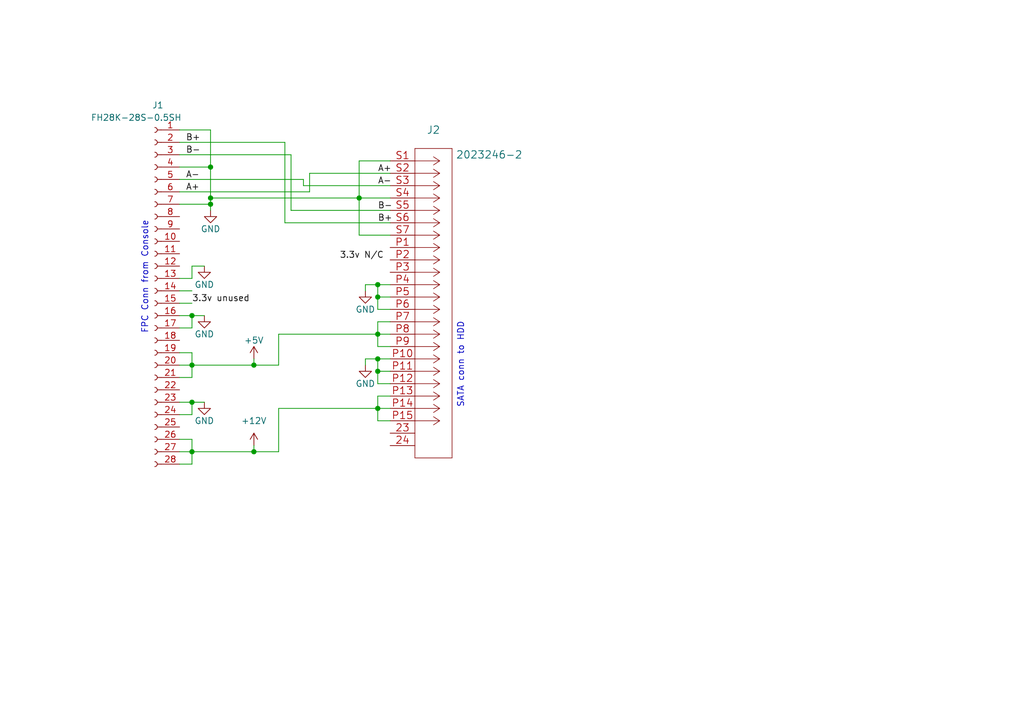
<source format=kicad_sch>
(kicad_sch (version 20230121) (generator eeschema)
  (paper "A5")
  (title_block (title "USata Console Adapter") (date "2022-01-10") (rev "0") (company "Ash Logan"))
  (lib_symbols
    (symbol "Connector:Conn_01x28_Female" (pin_names (offset 1.016) hide)
      (property "Reference" "J" (at 0 35.56 0))
      (property "Value" "Conn_01x28_Female" (at 0 -38.1 0))
      (symbol "Conn_01x28_Female_1_1"
        (arc (start 0 -35.052) (mid -0.5058 -35.56) (end 0 -36.068) (stroke (width 0.1524)))
        (arc (start 0 -32.512) (mid -0.5058 -33.02) (end 0 -33.528) (stroke (width 0.1524)))
        (arc (start 0 -29.972) (mid -0.5058 -30.48) (end 0 -30.988) (stroke (width 0.1524)))
        (arc (start 0 -27.432) (mid -0.5058 -27.94) (end 0 -28.448) (stroke (width 0.1524)))
        (arc (start 0 -24.892) (mid -0.5058 -25.4) (end 0 -25.908) (stroke (width 0.1524)))
        (arc (start 0 -22.352) (mid -0.5058 -22.86) (end 0 -23.368) (stroke (width 0.1524)))
        (arc (start 0 -19.812) (mid -0.5058 -20.32) (end 0 -20.828) (stroke (width 0.1524)))
        (arc (start 0 -17.272) (mid -0.5058 -17.78) (end 0 -18.288) (stroke (width 0.1524)))
        (arc (start 0 -14.732) (mid -0.5058 -15.24) (end 0 -15.748) (stroke (width 0.1524)))
        (arc (start 0 -12.192) (mid -0.5058 -12.7) (end 0 -13.208) (stroke (width 0.1524)))
        (arc (start 0 -9.652) (mid -0.5058 -10.16) (end 0 -10.668) (stroke (width 0.1524)))
        (arc (start 0 -7.112) (mid -0.5058 -7.62) (end 0 -8.128) (stroke (width 0.1524)))
        (arc (start 0 -4.572) (mid -0.5058 -5.08) (end 0 -5.588) (stroke (width 0.1524)))
        (arc (start 0 -2.032) (mid -0.5058 -2.54) (end 0 -3.048) (stroke (width 0.1524)))
        (polyline (pts (xy -1.27 -35.56) (xy -0.508 -35.56)) (stroke (width 0.1524)))
        (polyline (pts (xy -1.27 -33.02) (xy -0.508 -33.02)) (stroke (width 0.1524)))
        (polyline (pts (xy -1.27 -30.48) (xy -0.508 -30.48)) (stroke (width 0.1524)))
        (polyline (pts (xy -1.27 -27.94) (xy -0.508 -27.94)) (stroke (width 0.1524)))
        (polyline (pts (xy -1.27 -25.4) (xy -0.508 -25.4)) (stroke (width 0.1524)))
        (polyline (pts (xy -1.27 -22.86) (xy -0.508 -22.86)) (stroke (width 0.1524)))
        (polyline (pts (xy -1.27 -20.32) (xy -0.508 -20.32)) (stroke (width 0.1524)))
        (polyline (pts (xy -1.27 -17.78) (xy -0.508 -17.78)) (stroke (width 0.1524)))
        (polyline (pts (xy -1.27 -15.24) (xy -0.508 -15.24)) (stroke (width 0.1524)))
        (polyline (pts (xy -1.27 -12.7) (xy -0.508 -12.7)) (stroke (width 0.1524)))
        (polyline (pts (xy -1.27 -10.16) (xy -0.508 -10.16)) (stroke (width 0.1524)))
        (polyline (pts (xy -1.27 -7.62) (xy -0.508 -7.62)) (stroke (width 0.1524)))
        (polyline (pts (xy -1.27 -5.08) (xy -0.508 -5.08)) (stroke (width 0.1524)))
        (polyline (pts (xy -1.27 -2.54) (xy -0.508 -2.54)) (stroke (width 0.1524)))
        (polyline (pts (xy -1.27 0) (xy -0.508 0)) (stroke (width 0.1524)))
        (polyline (pts (xy -1.27 2.54) (xy -0.508 2.54)) (stroke (width 0.1524)))
        (polyline (pts (xy -1.27 5.08) (xy -0.508 5.08)) (stroke (width 0.1524)))
        (polyline (pts (xy -1.27 7.62) (xy -0.508 7.62)) (stroke (width 0.1524)))
        (polyline (pts (xy -1.27 10.16) (xy -0.508 10.16)) (stroke (width 0.1524)))
        (polyline (pts (xy -1.27 12.7) (xy -0.508 12.7)) (stroke (width 0.1524)))
        (polyline (pts (xy -1.27 15.24) (xy -0.508 15.24)) (stroke (width 0.1524)))
        (polyline (pts (xy -1.27 17.78) (xy -0.508 17.78)) (stroke (width 0.1524)))
        (polyline (pts (xy -1.27 20.32) (xy -0.508 20.32)) (stroke (width 0.1524)))
        (polyline (pts (xy -1.27 22.86) (xy -0.508 22.86)) (stroke (width 0.1524)))
        (polyline (pts (xy -1.27 25.4) (xy -0.508 25.4)) (stroke (width 0.1524)))
        (polyline (pts (xy -1.27 27.94) (xy -0.508 27.94)) (stroke (width 0.1524)))
        (polyline (pts (xy -1.27 30.48) (xy -0.508 30.48)) (stroke (width 0.1524)))
        (polyline (pts (xy -1.27 33.02) (xy -0.508 33.02)) (stroke (width 0.1524)))
        (arc (start 0 0.508) (mid -0.5058 0) (end 0 -0.508) (stroke (width 0.1524)))
        (arc (start 0 3.048) (mid -0.5058 2.54) (end 0 2.032) (stroke (width 0.1524)))
        (arc (start 0 5.588) (mid -0.5058 5.08) (end 0 4.572) (stroke (width 0.1524)))
        (arc (start 0 8.128) (mid -0.5058 7.62) (end 0 7.112) (stroke (width 0.1524)))
        (arc (start 0 10.668) (mid -0.5058 10.16) (end 0 9.652) (stroke (width 0.1524)))
        (arc (start 0 13.208) (mid -0.5058 12.7) (end 0 12.192) (stroke (width 0.1524)))
        (arc (start 0 15.748) (mid -0.5058 15.24) (end 0 14.732) (stroke (width 0.1524)))
        (arc (start 0 18.288) (mid -0.5058 17.78) (end 0 17.272) (stroke (width 0.1524)))
        (arc (start 0 20.828) (mid -0.5058 20.32) (end 0 19.812) (stroke (width 0.1524)))
        (arc (start 0 23.368) (mid -0.5058 22.86) (end 0 22.352) (stroke (width 0.1524)))
        (arc (start 0 25.908) (mid -0.5058 25.4) (end 0 24.892) (stroke (width 0.1524)))
        (arc (start 0 28.448) (mid -0.5058 27.94) (end 0 27.432) (stroke (width 0.1524)))
        (arc (start 0 30.988) (mid -0.5058 30.48) (end 0 29.972) (stroke (width 0.1524)))
        (arc (start 0 33.528) (mid -0.5058 33.02) (end 0 32.512) (stroke (width 0.1524)))
        (pin passive line (at -5.08 33.02 0) (length 3.81) (name "Pin_1") (number "1"))
        (pin passive line (at -5.08 10.16 0) (length 3.81) (name "Pin_10") (number "10"))
        (pin passive line (at -5.08 7.62 0) (length 3.81) (name "Pin_11") (number "11"))
        (pin passive line (at -5.08 5.08 0) (length 3.81) (name "Pin_12") (number "12"))
        (pin passive line (at -5.08 2.54 0) (length 3.81) (name "Pin_13") (number "13"))
        (pin passive line (at -5.08 0 0) (length 3.81) (name "Pin_14") (number "14"))
        (pin passive line (at -5.08 -2.54 0) (length 3.81) (name "Pin_15") (number "15"))
        (pin passive line (at -5.08 -5.08 0) (length 3.81) (name "Pin_16") (number "16"))
        (pin passive line (at -5.08 -7.62 0) (length 3.81) (name "Pin_17") (number "17"))
        (pin passive line (at -5.08 -10.16 0) (length 3.81) (name "Pin_18") (number "18"))
        (pin passive line (at -5.08 -12.7 0) (length 3.81) (name "Pin_19") (number "19"))
        (pin passive line (at -5.08 30.48 0) (length 3.81) (name "Pin_2") (number "2"))
        (pin passive line (at -5.08 -15.24 0) (length 3.81) (name "Pin_20") (number "20"))
        (pin passive line (at -5.08 -17.78 0) (length 3.81) (name "Pin_21") (number "21"))
        (pin passive line (at -5.08 -20.32 0) (length 3.81) (name "Pin_22") (number "22"))
        (pin passive line (at -5.08 -22.86 0) (length 3.81) (name "Pin_23") (number "23"))
        (pin passive line (at -5.08 -25.4 0) (length 3.81) (name "Pin_24") (number "24"))
        (pin passive line (at -5.08 -27.94 0) (length 3.81) (name "Pin_25") (number "25"))
        (pin passive line (at -5.08 -30.48 0) (length 3.81) (name "Pin_26") (number "26"))
        (pin passive line (at -5.08 -33.02 0) (length 3.81) (name "Pin_27") (number "27"))
        (pin passive line (at -5.08 -35.56 0) (length 3.81) (name "Pin_28") (number "28"))
        (pin passive line (at -5.08 27.94 0) (length 3.81) (name "Pin_3") (number "3"))
        (pin passive line (at -5.08 25.4 0) (length 3.81) (name "Pin_4") (number "4"))
        (pin passive line (at -5.08 22.86 0) (length 3.81) (name "Pin_5") (number "5"))
        (pin passive line (at -5.08 20.32 0) (length 3.81) (name "Pin_6") (number "6"))
        (pin passive line (at -5.08 17.78 0) (length 3.81) (name "Pin_7") (number "7"))
        (pin passive line (at -5.08 15.24 0) (length 3.81) (name "Pin_8") (number "8"))
        (pin passive line (at -5.08 12.7 0) (length 3.81) (name "Pin_9") (number "9"))
      )
    )
    (symbol "power:+12V" (power) (pin_names (offset 0))
      (property "Value" "+12V" (at 0 3.556 0))
      (symbol "+12V_0_1"
        (polyline (pts (xy -0.762 1.27) (xy 0 2.54)))
        (polyline (pts (xy 0 0) (xy 0 2.54)))
        (polyline (pts (xy 0 2.54) (xy 0.762 1.27)))
      )
      (symbol "+12V_1_1"
        (pin power_in line (at 0 0 90) (length 0) hide (name "+12V") (number "1"))
      )
    )
    (symbol "power:+5V" (power) (pin_names (offset 0))
      (property "Value" "+5V" (at 0 3.556 0))
      (symbol "+5V_0_1"
        (polyline (pts (xy -0.762 1.27) (xy 0 2.54)))
        (polyline (pts (xy 0 0) (xy 0 2.54)))
        (polyline (pts (xy 0 2.54) (xy 0.762 1.27)))
      )
      (symbol "+5V_1_1"
        (pin power_in line (at 0 0 90) (length 0) hide (name "+5V") (number "1"))
      )
    )
    (symbol "power:GND" (power) (pin_names (offset 0))
      (property "Value" "GND" (at 0 -3.81 0))
      (symbol "GND_0_1"
        (polyline (pts (xy 0 0) (xy 0 -1.27) (xy 1.27 -1.27) (xy 0 -2.54) (xy -1.27 -1.27) (xy 0 -1.27)))
      )
      (symbol "GND_1_1"
        (pin power_in line (at 0 0 270) (length 0) hide (name "GND") (number "1"))
      )
    )
    (symbol "sata2:2023246-2" (pin_names (offset 0.254) hide)
      (property "Reference" "J" (at 8.89 6.35 0))
      (property "Value" "2023246-2" (at 10.16 -30.48 0))
      (symbol "2023246-2_1_1"
        (polyline (pts (xy 5.08 -60.96) (xy 12.7 -60.96)) (stroke (width 0.127)))
        (polyline (pts (xy 5.08 2.54) (xy 5.08 -60.96)) (stroke (width 0.127)))
        (polyline (pts (xy 10.16 -53.34) (xy 5.08 -53.34)) (stroke (width 0.127)))
        (polyline (pts (xy 10.16 -53.34) (xy 8.89 -54.1782)) (stroke (width 0.127)))
        (polyline (pts (xy 10.16 -53.34) (xy 8.89 -52.5018)) (stroke (width 0.127)))
        (polyline (pts (xy 10.16 -50.8) (xy 5.08 -50.8)) (stroke (width 0.127)))
        (polyline (pts (xy 10.16 -50.8) (xy 8.89 -51.6382)) (stroke (width 0.127)))
        (polyline (pts (xy 10.16 -50.8) (xy 8.89 -49.9618)) (stroke (width 0.127)))
        (polyline (pts (xy 10.16 -48.26) (xy 5.08 -48.26)) (stroke (width 0.127)))
        (polyline (pts (xy 10.16 -48.26) (xy 8.89 -49.0982)) (stroke (width 0.127)))
        (polyline (pts (xy 10.16 -48.26) (xy 8.89 -47.4218)) (stroke (width 0.127)))
        (polyline (pts (xy 10.16 -45.72) (xy 5.08 -45.72)) (stroke (width 0.127)))
        (polyline (pts (xy 10.16 -45.72) (xy 8.89 -46.5582)) (stroke (width 0.127)))
        (polyline (pts (xy 10.16 -45.72) (xy 8.89 -44.8818)) (stroke (width 0.127)))
        (polyline (pts (xy 10.16 -43.18) (xy 5.08 -43.18)) (stroke (width 0.127)))
        (polyline (pts (xy 10.16 -43.18) (xy 8.89 -44.0182)) (stroke (width 0.127)))
        (polyline (pts (xy 10.16 -43.18) (xy 8.89 -42.3418)) (stroke (width 0.127)))
        (polyline (pts (xy 10.16 -40.64) (xy 5.08 -40.64)) (stroke (width 0.127)))
        (polyline (pts (xy 10.16 -40.64) (xy 8.89 -41.4782)) (stroke (width 0.127)))
        (polyline (pts (xy 10.16 -40.64) (xy 8.89 -39.8018)) (stroke (width 0.127)))
        (polyline (pts (xy 10.16 -38.1) (xy 5.08 -38.1)) (stroke (width 0.127)))
        (polyline (pts (xy 10.16 -38.1) (xy 8.89 -38.9382)) (stroke (width 0.127)))
        (polyline (pts (xy 10.16 -38.1) (xy 8.89 -37.2618)) (stroke (width 0.127)))
        (polyline (pts (xy 10.16 -35.56) (xy 5.08 -35.56)) (stroke (width 0.127)))
        (polyline (pts (xy 10.16 -35.56) (xy 8.89 -36.3982)) (stroke (width 0.127)))
        (polyline (pts (xy 10.16 -35.56) (xy 8.89 -34.7218)) (stroke (width 0.127)))
        (polyline (pts (xy 10.16 -33.02) (xy 5.08 -33.02)) (stroke (width 0.127)))
        (polyline (pts (xy 10.16 -33.02) (xy 8.89 -33.8582)) (stroke (width 0.127)))
        (polyline (pts (xy 10.16 -33.02) (xy 8.89 -32.1818)) (stroke (width 0.127)))
        (polyline (pts (xy 10.16 -30.48) (xy 5.08 -30.48)) (stroke (width 0.127)))
        (polyline (pts (xy 10.16 -30.48) (xy 8.89 -31.3182)) (stroke (width 0.127)))
        (polyline (pts (xy 10.16 -30.48) (xy 8.89 -29.6418)) (stroke (width 0.127)))
        (polyline (pts (xy 10.16 -27.94) (xy 5.08 -27.94)) (stroke (width 0.127)))
        (polyline (pts (xy 10.16 -27.94) (xy 8.89 -28.7782)) (stroke (width 0.127)))
        (polyline (pts (xy 10.16 -27.94) (xy 8.89 -27.1018)) (stroke (width 0.127)))
        (polyline (pts (xy 10.16 -25.4) (xy 5.08 -25.4)) (stroke (width 0.127)))
        (polyline (pts (xy 10.16 -25.4) (xy 8.89 -26.2382)) (stroke (width 0.127)))
        (polyline (pts (xy 10.16 -25.4) (xy 8.89 -24.5618)) (stroke (width 0.127)))
        (polyline (pts (xy 10.16 -22.86) (xy 5.08 -22.86)) (stroke (width 0.127)))
        (polyline (pts (xy 10.16 -22.86) (xy 8.89 -23.6982)) (stroke (width 0.127)))
        (polyline (pts (xy 10.16 -22.86) (xy 8.89 -22.0218)) (stroke (width 0.127)))
        (polyline (pts (xy 10.16 -20.32) (xy 5.08 -20.32)) (stroke (width 0.127)))
        (polyline (pts (xy 10.16 -20.32) (xy 8.89 -21.1582)) (stroke (width 0.127)))
        (polyline (pts (xy 10.16 -20.32) (xy 8.89 -19.4818)) (stroke (width 0.127)))
        (polyline (pts (xy 10.16 -17.78) (xy 5.08 -17.78)) (stroke (width 0.127)))
        (polyline (pts (xy 10.16 -17.78) (xy 8.89 -18.6182)) (stroke (width 0.127)))
        (polyline (pts (xy 10.16 -17.78) (xy 8.89 -16.9418)) (stroke (width 0.127)))
        (polyline (pts (xy 10.16 -15.24) (xy 5.08 -15.24)) (stroke (width 0.127)))
        (polyline (pts (xy 10.16 -15.24) (xy 8.89 -16.0782)) (stroke (width 0.127)))
        (polyline (pts (xy 10.16 -15.24) (xy 8.89 -14.4018)) (stroke (width 0.127)))
        (polyline (pts (xy 10.16 -12.7) (xy 5.08 -12.7)) (stroke (width 0.127)))
        (polyline (pts (xy 10.16 -12.7) (xy 8.89 -13.5382)) (stroke (width 0.127)))
        (polyline (pts (xy 10.16 -12.7) (xy 8.89 -11.8618)) (stroke (width 0.127)))
        (polyline (pts (xy 10.16 -10.16) (xy 5.08 -10.16)) (stroke (width 0.127)))
        (polyline (pts (xy 10.16 -10.16) (xy 8.89 -10.9982)) (stroke (width 0.127)))
        (polyline (pts (xy 10.16 -10.16) (xy 8.89 -9.3218)) (stroke (width 0.127)))
        (polyline (pts (xy 10.16 -7.62) (xy 5.08 -7.62)) (stroke (width 0.127)))
        (polyline (pts (xy 10.16 -7.62) (xy 8.89 -8.4582)) (stroke (width 0.127)))
        (polyline (pts (xy 10.16 -7.62) (xy 8.89 -6.7818)) (stroke (width 0.127)))
        (polyline (pts (xy 10.16 -5.08) (xy 5.08 -5.08)) (stroke (width 0.127)))
        (polyline (pts (xy 10.16 -5.08) (xy 8.89 -5.9182)) (stroke (width 0.127)))
        (polyline (pts (xy 10.16 -5.08) (xy 8.89 -4.2418)) (stroke (width 0.127)))
        (polyline (pts (xy 10.16 -2.54) (xy 5.08 -2.54)) (stroke (width 0.127)))
        (polyline (pts (xy 10.16 -2.54) (xy 8.89 -3.3782)) (stroke (width 0.127)))
        (polyline (pts (xy 10.16 -2.54) (xy 8.89 -1.7018)) (stroke (width 0.127)))
        (polyline (pts (xy 10.16 0) (xy 5.08 0)) (stroke (width 0.127)))
        (polyline (pts (xy 10.16 0) (xy 8.89 -0.8382)) (stroke (width 0.127)))
        (polyline (pts (xy 10.16 0) (xy 8.89 0.8382)) (stroke (width 0.127)))
        (polyline (pts (xy 12.7 -60.96) (xy 12.7 2.54)) (stroke (width 0.127)))
        (polyline (pts (xy 12.7 2.54) (xy 5.08 2.54)) (stroke (width 0.127)))
        (pin unspecified line (at 0 -55.88 0) (length 5.08) (name "SHIELD") (number "23"))
        (pin unspecified line (at 0 -58.42 0) (length 5.08) (name "SHIELD") (number "24"))
        (pin unspecified line (at 0 -17.78 0) (length 5.08) (name "8") (number "P1"))
        (pin unspecified line (at 0 -40.64 0) (length 5.08) (name "17") (number "P10"))
        (pin unspecified line (at 0 -43.18 0) (length 5.08) (name "18") (number "P11"))
        (pin unspecified line (at 0 -45.72 0) (length 5.08) (name "19") (number "P12"))
        (pin unspecified line (at 0 -48.26 0) (length 5.08) (name "20") (number "P13"))
        (pin unspecified line (at 0 -50.8 0) (length 5.08) (name "21") (number "P14"))
        (pin unspecified line (at 0 -53.34 0) (length 5.08) (name "22") (number "P15"))
        (pin unspecified line (at 0 -20.32 0) (length 5.08) (name "9") (number "P2"))
        (pin unspecified line (at 0 -22.86 0) (length 5.08) (name "10") (number "P3"))
        (pin unspecified line (at 0 -25.4 0) (length 5.08) (name "11") (number "P4"))
        (pin unspecified line (at 0 -27.94 0) (length 5.08) (name "12") (number "P5"))
        (pin unspecified line (at 0 -30.48 0) (length 5.08) (name "13") (number "P6"))
        (pin unspecified line (at 0 -33.02 0) (length 5.08) (name "14") (number "P7"))
        (pin unspecified line (at 0 -35.56 0) (length 5.08) (name "15") (number "P8"))
        (pin unspecified line (at 0 -38.1 0) (length 5.08) (name "16") (number "P9"))
        (pin unspecified line (at 0 0 0) (length 5.08) (name "1") (number "S1"))
        (pin unspecified line (at 0 -2.54 0) (length 5.08) (name "2") (number "S2"))
        (pin unspecified line (at 0 -5.08 0) (length 5.08) (name "3") (number "S3"))
        (pin unspecified line (at 0 -7.62 0) (length 5.08) (name "4") (number "S4"))
        (pin unspecified line (at 0 -10.16 0) (length 5.08) (name "5") (number "S5"))
        (pin unspecified line (at 0 -12.7 0) (length 5.08) (name "6") (number "S6"))
        (pin unspecified line (at 0 -15.24 0) (length 5.08) (name "7") (number "S7"))
      )
    )
  )
  (junction (at 77.47 58.42))
  (junction (at 39.37 74.93))
  (junction (at 77.47 76.2))
  (junction (at 77.47 60.96))
  (junction (at 43.18 40.64))
  (junction (at 52.07 74.93))
  (junction (at 43.18 41.91))
  (junction (at 39.37 82.55))
  (junction (at 77.47 68.58))
  (junction (at 77.47 83.82))
  (junction (at 39.37 64.77))
  (junction (at 43.18 34.29))
  (junction (at 73.66 40.64))
  (junction (at 77.47 73.66))
  (junction (at 52.07 92.71))
  (junction (at 39.37 92.71))
  (wire (pts (xy 36.83 62.23) (xy 39.37 62.23)))
  (wire (pts (xy 74.93 58.42) (xy 74.93 59.69)))
  (wire (pts (xy 39.37 74.93) (xy 52.07 74.93)))
  (wire (pts (xy 77.47 78.74) (xy 80.01 78.74)))
  (wire (pts (xy 39.37 54.61) (xy 39.37 57.15)))
  (wire (pts (xy 73.66 33.02) (xy 80.01 33.02)))
  (wire (pts (xy 36.83 36.83) (xy 62.23 36.83)))
  (wire (pts (xy 63.5 35.56) (xy 63.5 39.37)))
  (wire (pts (xy 77.47 81.28) (xy 77.47 83.82)))
  (wire (pts (xy 77.47 83.82) (xy 57.15 83.82)))
  (wire (pts (xy 36.83 92.71) (xy 39.37 92.71)))
  (wire (pts (xy 36.83 57.15) (xy 39.37 57.15)))
  (wire (pts (xy 52.07 74.93) (xy 57.15 74.93)))
  (wire (pts (xy 77.47 63.5) (xy 80.01 63.5)))
  (wire (pts (xy 80.01 35.56) (xy 63.5 35.56)))
  (wire (pts (xy 77.47 86.36) (xy 80.01 86.36)))
  (wire (pts (xy 77.47 60.96) (xy 80.01 60.96)))
  (wire (pts (xy 43.18 40.64) (xy 43.18 41.91)))
  (wire (pts (xy 52.07 91.44) (xy 52.07 92.71)))
  (wire (pts (xy 36.83 72.39) (xy 39.37 72.39)))
  (wire (pts (xy 36.83 90.17) (xy 39.37 90.17)))
  (wire (pts (xy 77.47 66.04) (xy 80.01 66.04)))
  (wire (pts (xy 43.18 41.91) (xy 36.83 41.91)))
  (wire (pts (xy 39.37 64.77) (xy 41.91 64.77)))
  (wire (pts (xy 77.47 68.58) (xy 80.01 68.58)))
  (wire (pts (xy 73.66 40.64) (xy 43.18 40.64)))
  (wire (pts (xy 36.83 64.77) (xy 39.37 64.77)))
  (wire (pts (xy 52.07 73.66) (xy 52.07 74.93)))
  (wire (pts (xy 43.18 34.29) (xy 43.18 26.67)))
  (wire (pts (xy 43.18 40.64) (xy 43.18 34.29)))
  (wire (pts (xy 41.91 54.61) (xy 39.37 54.61)))
  (wire (pts (xy 77.47 73.66) (xy 74.93 73.66)))
  (wire (pts (xy 80.01 48.26) (xy 73.66 48.26)))
  (wire (pts (xy 39.37 72.39) (xy 39.37 74.93)))
  (wire (pts (xy 58.42 45.72) (xy 80.01 45.72)))
  (wire (pts (xy 57.15 68.58) (xy 77.47 68.58)))
  (wire (pts (xy 43.18 34.29) (xy 36.83 34.29)))
  (wire (pts (xy 74.93 58.42) (xy 77.47 58.42)))
  (wire (pts (xy 77.47 68.58) (xy 77.47 71.12)))
  (wire (pts (xy 36.83 95.25) (xy 39.37 95.25)))
  (wire (pts (xy 77.47 60.96) (xy 77.47 63.5)))
  (wire (pts (xy 36.83 77.47) (xy 39.37 77.47)))
  (wire (pts (xy 36.83 31.75) (xy 59.69 31.75)))
  (wire (pts (xy 63.5 39.37) (xy 36.83 39.37)))
  (wire (pts (xy 77.47 66.04) (xy 77.47 68.58)))
  (wire (pts (xy 77.47 58.42) (xy 77.47 60.96)))
  (wire (pts (xy 62.23 38.1) (xy 80.01 38.1)))
  (wire (pts (xy 73.66 40.64) (xy 73.66 33.02)))
  (wire (pts (xy 59.69 43.18) (xy 59.69 31.75)))
  (wire (pts (xy 57.15 74.93) (xy 57.15 68.58)))
  (wire (pts (xy 39.37 64.77) (xy 39.37 67.31)))
  (wire (pts (xy 39.37 82.55) (xy 41.91 82.55)))
  (wire (pts (xy 39.37 85.09) (xy 36.83 85.09)))
  (wire (pts (xy 77.47 73.66) (xy 77.47 76.2)))
  (wire (pts (xy 36.83 67.31) (xy 39.37 67.31)))
  (wire (pts (xy 62.23 36.83) (xy 62.23 38.1)))
  (wire (pts (xy 80.01 81.28) (xy 77.47 81.28)))
  (wire (pts (xy 43.18 26.67) (xy 36.83 26.67)))
  (wire (pts (xy 39.37 90.17) (xy 39.37 92.71)))
  (wire (pts (xy 80.01 43.18) (xy 59.69 43.18)))
  (wire (pts (xy 77.47 76.2) (xy 77.47 78.74)))
  (wire (pts (xy 36.83 74.93) (xy 39.37 74.93)))
  (wire (pts (xy 77.47 76.2) (xy 80.01 76.2)))
  (wire (pts (xy 36.83 59.69) (xy 39.37 59.69)))
  (wire (pts (xy 43.18 41.91) (xy 43.18 43.18)))
  (wire (pts (xy 77.47 58.42) (xy 80.01 58.42)))
  (wire (pts (xy 58.42 29.21) (xy 58.42 45.72)))
  (wire (pts (xy 80.01 40.64) (xy 73.66 40.64)))
  (wire (pts (xy 36.83 82.55) (xy 39.37 82.55)))
  (wire (pts (xy 39.37 92.71) (xy 52.07 92.71)))
  (wire (pts (xy 80.01 83.82) (xy 77.47 83.82)))
  (wire (pts (xy 39.37 82.55) (xy 39.37 85.09)))
  (wire (pts (xy 57.15 83.82) (xy 57.15 92.71)))
  (wire (pts (xy 36.83 29.21) (xy 58.42 29.21)))
  (wire (pts (xy 73.66 48.26) (xy 73.66 40.64)))
  (wire (pts (xy 74.93 73.66) (xy 74.93 74.93)))
  (wire (pts (xy 77.47 83.82) (xy 77.47 86.36)))
  (wire (pts (xy 80.01 73.66) (xy 77.47 73.66)))
  (wire (pts (xy 39.37 74.93) (xy 39.37 77.47)))
  (wire (pts (xy 77.47 71.12) (xy 80.01 71.12)))
  (wire (pts (xy 39.37 92.71) (xy 39.37 95.25)))
  (wire (pts (xy 52.07 92.71) (xy 57.15 92.71)))
  (text "FPC Conn from Console" (at 30.48 68.58 90) (effects (font (size 1.27 1.27)) (justify left bottom)))
  (text "SATA conn to HDD" (at 95.25 66.04 90) (effects (font (size 1.27 1.27)) (justify right bottom)))
  (label "3.3v N{slash}C" (at 78.74 53.34 180))
  (label "A-" (at 38.1 36.83 0))
  (label "B-" (at 77.47 43.18 0))
  (label "A-" (at 77.47 38.1 0))
  (label "B-" (at 38.1 31.75 0))
  (label "B+" (at 38.1 29.21 0))
  (label "3.3v unused" (at 39.37 62.23 0))
  (label "A+" (at 77.47 35.56 0))
  (label "A+" (at 38.1 39.37 0))
  (label "B+" (at 77.47 45.72 0))
  (symbol (lib_id "power:GND") (at 43.18 43.18 0) (unit 1)
    (property "Reference" "#PWR08" (effects hide))
    (property "Value" "GND" (at 43.18 46.99 0))
  )
  (symbol (lib_id "sata2:2023246-2") (at 80.01 33.02 0) (unit 1)
    (property "Reference" "J2" (at 88.9 26.67 0) (effects (font (size 1.524 1.524))))
    (property "Value" "2023246-2" (at 100.33 31.75 0) (effects (font (size 1.524 1.524))))
    (property "Footprint" "CONN22_2023246-2_TEC" (effects hide))
  )
  (symbol (lib_id "power:GND") (at 74.93 59.69 0) (unit 1)
    (property "Reference" "#PWR06" (effects hide))
    (property "Value" "GND" (at 74.93 63.5 0))
  )
  (symbol (lib_id "power:GND") (at 41.91 54.61 0) (unit 1)
    (property "Reference" "#PWR01" (effects hide))
    (property "Value" "GND" (at 41.91 58.42 0))
  )
  (symbol (lib_id "power:GND") (at 41.91 82.55 0) (unit 1)
    (property "Reference" "#PWR03" (effects hide))
    (property "Value" "GND" (at 41.91 86.36 0))
  )
  (symbol (lib_id "power:GND") (at 41.91 64.77 0) (unit 1)
    (property "Reference" "#PWR02" (effects hide))
    (property "Value" "GND" (at 41.91 68.58 0))
  )
  (symbol (lib_id "power:+5V") (at 52.07 73.66 0) (unit 1)
    (property "Reference" "#PWR04" (effects hide))
    (property "Value" "+5V" (at 52.07 69.85 0))
  )
  (symbol (lib_id "power:+12V") (at 52.07 91.44 0) (unit 1)
    (property "Reference" "#PWR05" (effects hide))
    (property "Value" "+12V" (at 52.07 86.36 0))
  )
  (symbol (lib_id "power:GND") (at 74.93 74.93 0) (unit 1)
    (property "Reference" "#PWR07" (effects hide))
    (property "Value" "GND" (at 74.93 78.74 0))
  )
  (symbol (lib_id "Connector:Conn_01x28_Female") (at 31.75 59.69 0) (mirror y) (unit 1)
    (property "Reference" "J1" (at 32.385 21.59 0))
    (property "Value" "FH28K-28S-0.5SH" (at 27.94 24.13 0))
    (property "Footprint" "FPC Connector:FH28K28S05SH" (effects hide))
    (property "Datasheet" "https://www.hirose.com/product/download/?distributor=digi&type=catalogue&lang=en&series=FH28K" (effects hide))
  )
)
</source>
